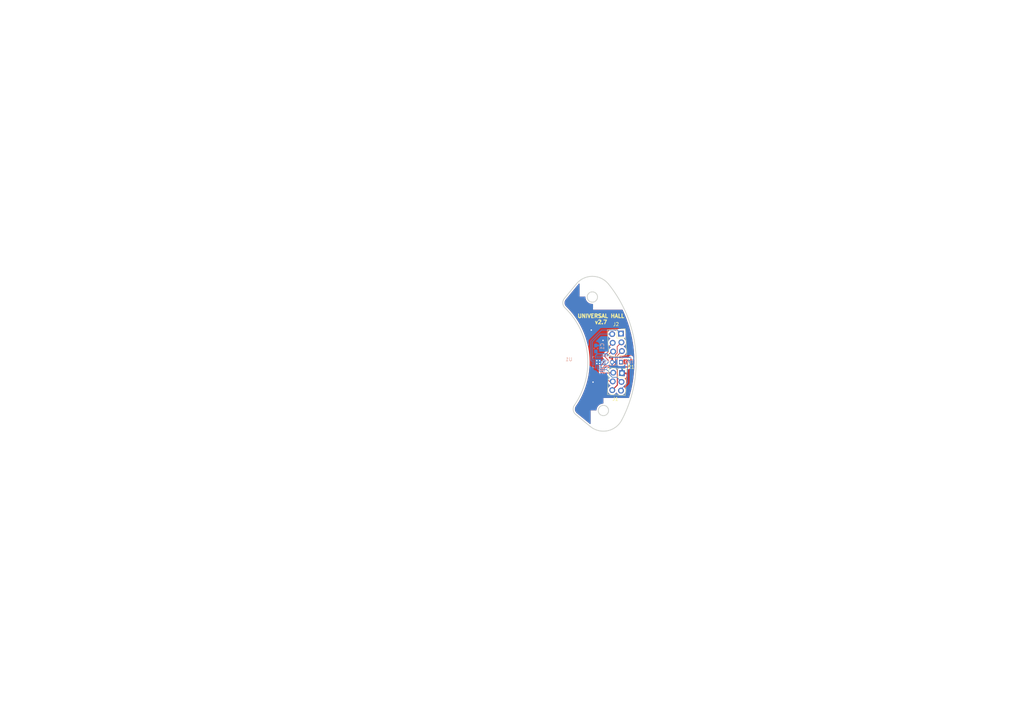
<source format=kicad_pcb>
(kicad_pcb (version 20211014) (generator pcbnew)
  (layers (0 "F.Cu" signal) (31 "B.Cu" signal) (34 "B.Paste" user) (35 "F.Paste" user) (36 "B.SilkS" user "B.Silkscreen") (37 "F.SilkS" user "F.Silkscreen") (38 "B.Mask" user) (39 "F.Mask" user) (44 "Edge.Cuts" user))
  (net 0 "")
  (net 1 "A")
  (net 2 "B")
  (net 3 "+3V3")
  (net 4 "VTEMP")
  (net 5 "Z")
  (net 6 "GND")
  (net 7 "MOSI")
  (net 8 "CS")
  (net 9 "MISO")
  (net 10 "MGL")
  (net 11 "SCLK")
  (net 12 "MGH")
  (footprint "Connector_PinSocket_2.54mm:PinSocket_2x03_P2.54mm_Vertical" (layer "F.Cu") (at 180.1 96.723428 3.17)
    (fp_text reference "J2" (at -1.27 -2.77 3.17) (layer "F.SilkS"))
    (fp_text value "Conn_02x03_Odd_Even")
    (fp_line (start 1.33 1.27) (end 1.33 6.41) (layer "F.SilkS") (width 0.12))
    (fp_line (start -3.87 6.41) (end 1.33 6.41) (layer "F.SilkS") (width 0.12))
    (fp_line (start 1.33 -1.33) (end 1.33 0) (layer "F.SilkS") (width 0.12))
    (fp_line (start -1.27 1.27) (end 1.33 1.27) (layer "F.SilkS") (width 0.12))
    (fp_line (start 0 -1.33) (end 1.33 -1.33) (layer "F.SilkS") (width 0.12))
    (fp_line (start -1.27 -1.33) (end -1.27 1.27) (layer "F.SilkS") (width 0.12))
    (fp_line (start -3.87 -1.33) (end -1.27 -1.33) (layer "F.SilkS") (width 0.12))
    (fp_line (start -3.87 -1.33) (end -3.87 6.41) (layer "F.SilkS") (width 0.12))
    (pad "1" thru_hole rect locked (at 0 0 3.17) (size 1.7 1.7) (drill 1) (layers *.Cu *.Mask) (net 10 "MGL"))
    (pad "2" thru_hole oval locked (at -2.54 0 3.17) (size 1.7 1.7) (drill 1) (layers *.Cu *.Mask) (net 11 "SCLK"))
    (pad "3" thru_hole oval locked (at 0 2.54 3.17) (size 1.7 1.7) (drill 1) (layers *.Cu *.Mask) (net 9 "MISO"))
    (pad "4" thru_hole oval locked (at -2.54 2.54 3.17) (size 1.7 1.7) (drill 1) (layers *.Cu *.Mask) (net 7 "MOSI"))
    (pad "5" thru_hole oval locked (at 0 5.08 3.17) (size 1.7 1.7) (drill 1) (layers *.Cu *.Mask) (net 8 "CS"))
    (pad "6" thru_hole oval locked (at -2.54 5.08 3.17) (size 1.7 1.7) (drill 1) (layers *.Cu *.Mask) (net 12 "MGH"))
  )
  (footprint "Connector_PinSocket_2.54mm:PinSocket_2x03_P2.54mm_Vertical" (layer "F.Cu") (at 180.4 108.2 -3.17)
    (fp_text reference "J1" (at -1.482352 7.593591 -3.17) (layer "F.SilkS"))
    (fp_text value "Conn_02x03_Odd_Even")
    (fp_line (start -1.27 -1.33) (end -1.27 1.27) (layer "F.SilkS") (width 0.12))
    (fp_line (start 0 -1.33) (end 1.33 -1.33) (layer "F.SilkS") (width 0.12))
    (fp_line (start 1.33 -1.33) (end 1.33 0) (layer "F.SilkS") (width 0.12))
    (fp_line (start -1.27 1.27) (end 1.33 1.27) (layer "F.SilkS") (width 0.12))
    (fp_line (start 1.33 1.27) (end 1.33 6.41) (layer "F.SilkS") (width 0.12))
    (fp_line (start -3.87 -1.33) (end -1.27 -1.33) (layer "F.SilkS") (width 0.12))
    (fp_line (start -3.87 -1.33) (end -3.87 6.41) (layer "F.SilkS") (width 0.12))
    (fp_line (start -3.87 6.41) (end 1.33 6.41) (layer "F.SilkS") (width 0.12))
    (pad "1" thru_hole rect locked (at 0 0 356.83) (size 1.7 1.7) (drill 1) (layers *.Cu *.Mask) (net 6 "GND"))
    (pad "2" thru_hole oval locked (at -2.54 0 356.83) (size 1.7 1.7) (drill 1) (layers *.Cu *.Mask) (net 5 "Z"))
    (pad "3" thru_hole oval locked (at 0 2.54 356.83) (size 1.7 1.7) (drill 1) (layers *.Cu *.Mask) (net 2 "B"))
    (pad "4" thru_hole oval locked (at -2.54 2.54 356.83) (size 1.7 1.7) (drill 1) (layers *.Cu *.Mask) (net 1 "A"))
    (pad "5" thru_hole oval locked (at 0 5.08 356.83) (size 1.7 1.7) (drill 1) (layers *.Cu *.Mask) (net 4 "VTEMP"))
    (pad "6" thru_hole oval locked (at -2.54 5.08 356.83) (size 1.7 1.7) (drill 1) (layers *.Cu *.Mask) (net 3 "+3V3"))
  )
  (footprint "Resistor_SMD:R_0805_2012Metric_Pad1.20x1.40mm_HandSolder" (layer "F.Cu") (at 182.4 104.9 180)
    (fp_text reference "R1" (at -0.6 -1.5) (layer "F.SilkS"))
    (fp_text value "10k")
    (fp_line (start -0.227064 0.735) (end 0.227064 0.735) (layer "F.SilkS") (width 0.12))
    (fp_line (start -0.227064 -0.735) (end 0.227064 -0.735) (layer "F.SilkS") (width 0.12))
    (pad "1" smd roundrect locked (at -1 0 180) (size 1.2 1.4) (layers "F.Cu" "F.Paste" "F.Mask") (roundrect_rratio 0.2083333333) (net 3 "+3V3"))
    (pad "2" smd roundrect locked (at 1 0 180) (size 1.2 1.4) (layers "F.Cu" "F.Paste" "F.Mask") (roundrect_rratio 0.2083333333) (net 4 "VTEMP"))
  )
  (footprint "Capacitor_SMD:C_0603_1608Metric_Pad1.08x0.95mm_HandSolder" (layer "B.Cu") (at 172.8 101.0375 90)
    (fp_text reference "C1" (at 0.6 1.89 90) (layer "B.SilkS") (effects (justify mirror)))
    (fp_text value "1uF")
    (fp_line (start -0.146267 -0.51) (end 0.146267 -0.51) (layer "B.SilkS") (width 0.12))
    (fp_line (start -0.146267 0.51) (end 0.146267 0.51) (layer "B.SilkS") (width 0.12))
    (pad "1" smd roundrect locked (at -0.8625 0 90) (size 1.075 0.95) (layers "B.Cu" "B.Paste" "B.Mask") (net 3 "+3V3"))
    (pad "2" smd roundrect locked (at 0.8625 0 90) (size 1.075 0.95) (layers "B.Cu" "B.Paste" "B.Mask") (net 6 "GND"))
  )
  (footprint "Package_TO_SOT_THT:TO-92S-2" (layer "B.Cu") (at 180.1 105 180)
    (fp_text reference "TH1" (at -2.3 0.1) (layer "B.SilkS") (effects (justify mirror)))
    (fp_text value "Thermistor_PTC")
    (fp_line (start 3.2 -0.85) (end 3.35 0) (layer "B.SilkS") (width 0.12))
    (fp_line (start -0.65 -0.85) (end 3.2 -0.85) (layer "B.SilkS") (width 0.12))
    (fp_line (start 2.75 1.6) (end -0.2 1.6) (layer "B.SilkS") (width 0.12))
    (fp_line (start -0.7 0.3) (end -0.8 0) (layer "B.SilkS") (width 0.12))
    (fp_line (start -0.8 0) (end -0.65 -0.85) (layer "B.SilkS") (width 0.12))
    (fp_line (start -0.2 1.6) (end -0.45 0.95) (layer "B.SilkS") (width 0.12))
    (fp_line (start 3.35 0) (end 2.75 1.6) (layer "B.SilkS") (width 0.12))
    (pad "1" thru_hole rect locked (at 0 0 180) (size 1.05 1.3) (drill 0.75) (layers *.Cu *.Mask) (net 4 "VTEMP"))
    (pad "2" thru_hole oval locked (at 2.54 0 180) (size 1.05 1.3) (drill 0.75) (layers *.Cu *.Mask) (net 6 "GND"))
  )
  (footprint "Package_DFN_QFN:VQFN-16-1EP_3x3mm_P0.5mm_EP1.8x1.8mm" (layer "B.Cu") (at 173.52 104.99 180)
    (fp_text reference "U1" (at 8.52 0.79) (layer "B.SilkS") (effects (justify mirror)))
    (fp_text value "MA310")
    (fp_line (start -1.135 -1.61) (end -1.61 -1.61) (layer "B.SilkS") (width 0.12))
    (fp_line (start 1.61 -1.61) (end 1.61 -1.135) (layer "B.SilkS") (width 0.12))
    (fp_line (start -1.61 -1.61) (end -1.61 -1.135) (layer "B.SilkS") (width 0.12))
    (fp_line (start 1.61 1.61) (end 1.61 1.135) (layer "B.SilkS") (width 0.12))
    (fp_line (start 1.135 1.61) (end 1.61 1.61) (layer "B.SilkS") (width 0.12))
    (fp_line (start 1.135 -1.61) (end 1.61 -1.61) (layer "B.SilkS") (width 0.12))
    (fp_line (start -1.135 1.61) (end -1.61 1.61) (layer "B.SilkS") (width 0.12))
    (pad "1" smd roundrect locked (at -1.4875 0.75 180) (size 0.775 0.25) (layers "B.Cu" "B.Paste" "B.Mask"))
    (pad "2" smd roundrect locked (at -1.4875 0.25 180) (size 0.775 0.25) (layers "B.Cu" "B.Paste" "B.Mask") (net 1 "A"))
    (pad "3" smd roundrect locked (at -1.4875 -0.25 180) (size 0.775 0.25) (layers "B.Cu" "B.Paste" "B.Mask") (net 5 "Z"))
    (pad "4" smd roundrect locked (at -1.4875 -0.75 180) (size 0.775 0.25) (layers "B.Cu" "B.Paste" "B.Mask") (net 7 "MOSI"))
    (pad "5" smd roundrect locked (at -0.75 -1.4875 180) (size 0.25 0.775) (layers "B.Cu" "B.Paste" "B.Mask") (net 8 "CS"))
    (pad "6" smd roundrect locked (at -0.25 -1.4875 180) (size 0.25 0.775) (layers "B.Cu" "B.Paste" "B.Mask") (net 2 "B"))
    (pad "7" smd roundrect locked (at 0.25 -1.4875 180) (size 0.25 0.775) (layers "B.Cu" "B.Paste" "B.Mask") (net 9 "MISO"))
    (pad "8" smd roundrect locked (at 0.75 -1.4875 180) (size 0.25 0.775) (layers "B.Cu" "B.Paste" "B.Mask") (net 6 "GND"))
    (pad "9" smd roundrect locked (at 1.4875 -0.75 180) (size 0.775 0.25) (layers "B.Cu" "B.Paste" "B.Mask"))
    (pad "10" smd roundrect locked (at 1.4875 -0.25 180) (size 0.775 0.25) (layers "B.Cu" "B.Paste" "B.Mask"))
    (pad "11" smd roundrect locked (at 1.4875 0.25 180) (size 0.775 0.25) (layers "B.Cu" "B.Paste" "B.Mask") (net 10 "MGL"))
    (pad "12" smd roundrect locked (at 1.4875 0.75 180) (size 0.775 0.25) (layers "B.Cu" "B.Paste" "B.Mask") (net 11 "SCLK"))
    (pad "13" smd roundrect locked (at 0.75 1.4875 180) (size 0.25 0.775) (layers "B.Cu" "B.Paste" "B.Mask") (net 3 "+3V3"))
    (pad "14" smd roundrect locked (at 0.25 1.4875 180) (size 0.25 0.775) (layers "B.Cu" "B.Paste" "B.Mask"))
    (pad "15" smd roundrect locked (at -0.25 1.4875 180) (size 0.25 0.775) (layers "B.Cu" "B.Paste" "B.Mask"))
    (pad "16" smd roundrect locked (at -0.75 1.4875 180) (size 0.25 0.775) (layers "B.Cu" "B.Paste" "B.Mask") (net 12 "MGH"))
    (pad "17" smd rect locked (at 0 0 180) (size 1.8 1.8) (layers "B.Cu" "B.Mask") (net 6 "GND"))
  )
  (gr_arc (start 180.315321 121.845321) (mid 176.191478 124.920564) (end 171.201257 123.671203) (layer "Edge.Cuts") (width 0.25))
  (gr_circle (center 171.807437 86.109174) (end 173.307437 86.109174) (layer "Edge.Cuts") (width 0.25) (fill none))
  (gr_arc (start 176.468794 82.331377) (mid 184.331283 101.510189) (end 180.315321 121.845321) (layer "Edge.Cuts") (width 0.25))
  (gr_arc (start 163.843842 89.231533) (mid 163.241738 87.908797) (end 163.694097 86.527663) (layer "Edge.Cuts") (width 0.25))
  (gr_arc (start 166.97115 120.191604) (mid 166.260911 118.923645) (end 166.596602 117.509618) (layer "Edge.Cuts") (width 0.25))
  (gr_arc (start 167.173695 82.297555) (mid 171.829268 80.109213) (end 176.468794 82.331376) (layer "Edge.Cuts") (width 0.25))
  (gr_line (start 171.201257 123.671203) (end 166.971149 120.191604) (layer "Edge.Cuts") (width 0.25))
  (gr_circle (center 175.012876 119.037461) (end 176.512876 119.037461) (layer "Edge.Cuts") (width 0.25) (fill none))
  (gr_arc (start 163.843842 89.231534) (mid 170.397148 102.866623) (end 166.596602 117.509618) (layer "Edge.Cuts") (width 0.25))
  (gr_line (start 167.173696 82.297555) (end 163.694097 86.527663) (layer "Edge.Cuts") (width 0.25))
  (gr_text "UNIVERSAL HALL\nv2.7" (at 174.3 92.5) (layer "F.SilkS") (effects (font (size 1.1 1.1) (thickness 0.275))))
  (segment (start 174.8 105.489259) (end 174.3 105.989259) (width 0.2) (layer "F.Cu") (net 1))
  (segment (start 174.8 105.272821) (end 174.8 105.489259) (width 0.2) (layer "F.Cu") (net 1))
  (segment (start 174.3 105.989259) (end 174.3 108.1) (width 0.2) (layer "F.Cu") (net 1))
  (segment (start 176.795655 110.595655) (end 177.723428 110.595655) (width 0.2) (layer "F.Cu") (net 1))
  (segment (start 175.566412 104.506409) (end 174.8 105.272821) (width 0.2) (layer "F.Cu") (net 1))
  (segment (start 175.793591 104.506409) (end 175.566412 104.506409) (width 0.2) (layer "F.Cu") (net 1))
  (segment (start 174.3 108.1) (end 176.795655 110.595655) (width 0.2) (layer "F.Cu") (net 1))
  (via (at 175.793591 104.506409) (size 0.4) (drill 0.3) (layers "F.Cu" "B.Cu") (net 1))
  (segment (start 175.61048 104.68952) (end 175.05798 104.68952) (width 0.25) (layer "B.Cu") (net 1))
  (segment (start 175.793591 104.506409) (end 175.61048 104.68952) (width 0.25) (layer "B.Cu") (net 1))
  (segment (start 175.05798 104.68952) (end 175.0075 104.74) (width 0.25) (layer "B.Cu") (net 1))
  (segment (start 173.77 106.4775) (end 173.77 106.878706) (width 0.2) (layer "B.Cu") (net 2))
  (segment (start 176.714376 108.535685) (end 177.578691 109.4) (width 0.2) (layer "B.Cu") (net 2))
  (segment (start 177.578691 109.4) (end 178.923428 109.4) (width 0.2) (layer "B.Cu") (net 2))
  (segment (start 178.923428 109.4) (end 180.259541 110.736113) (width 0.2) (layer "B.Cu") (net 2))
  (segment (start 174.055814 107.16452) (end 175.96452 107.16452) (width 0.2) (layer "B.Cu") (net 2))
  (segment (start 175.96452 107.16452) (end 176.714376 107.914376) (width 0.2) (layer "B.Cu") (net 2))
  (segment (start 173.77 106.878706) (end 174.055814 107.16452) (width 0.2) (layer "B.Cu") (net 2))
  (segment (start 176.714376 107.914376) (end 176.714376 108.535685) (width 0.2) (layer "B.Cu") (net 2))
  (segment (start 179.6 106.4) (end 179.063398 106.936602) (width 0.3) (layer "F.Cu") (net 3))
  (segment (start 179.06003 108.559764) (end 179.06003 111.654707) (width 0.3) (layer "F.Cu") (net 3))
  (segment (start 182.2 106.4) (end 179.6 106.4) (width 0.3) (layer "F.Cu") (net 3))
  (segment (start 179.063398 108.556396) (end 179.06003 108.559764) (width 0.3) (layer "F.Cu") (net 3))
  (segment (start 179.063398 106.936602) (end 179.063398 108.556396) (width 0.3) (layer "F.Cu") (net 3))
  (segment (start 179.06003 111.654707) (end 177.582969 113.131768) (width 0.3) (layer "F.Cu") (net 3))
  (segment (start 183 105.6) (end 182.2 106.4) (width 0.3) (layer "F.Cu") (net 3))
  (segment (start 183 103.8) (end 183 105.6) (width 0.3) (layer "F.Cu") (net 3))
  (via (at 183 103.8) (size 0.4) (drill 0.3) (layers "F.Cu" "B.Cu") (net 3))
  (segment (start 173.100584 102.7) (end 172.77 103.030584) (width 0.3) (layer "B.Cu") (net 3))
  (segment (start 173.200584 102.6) (end 173.100584 102.7) (width 0.3) (layer "B.Cu") (net 3))
  (segment (start 173.100584 102.7) (end 173.100584 102.200584) (width 0.3) (layer "B.Cu") (net 3))
  (segment (start 177.077127 103.6) (end 176.077127 102.6) (width 0.3) (layer "B.Cu") (net 3))
  (segment (start 183 103.8) (end 182.8 103.6) (width 0.3) (layer "B.Cu") (net 3))
  (segment (start 173.100584 102.200584) (end 172.8 101.9) (width 0.3) (layer "B.Cu") (net 3))
  (segment (start 172.77 103.030584) (end 172.77 103.5025) (width 0.3) (layer "B.Cu") (net 3))
  (segment (start 176.077127 102.6) (end 173.200584 102.6) (width 0.3) (layer "B.Cu") (net 3))
  (segment (start 182.8 103.6) (end 177.077127 103.6) (width 0.3) (layer "B.Cu") (net 3))
  (segment (start 180.110523 104.889477) (end 180 105) (width 0.2) (layer "F.Cu") (net 4))
  (segment (start 181.40427 104.889477) (end 180.110523 104.889477) (width 0.2) (layer "F.Cu") (net 4))
  (via (at 181.40427 104.889477) (size 0.4) (drill 0.3) (layers "F.Cu" "B.Cu") (net 4))
  (segment (start 182 111) (end 180.119083 112.880917) (width 0.2) (layer "B.Cu") (net 4))
  (segment (start 180.119083 112.880917) (end 180.119083 113.272227) (width 0.2) (layer "B.Cu") (net 4))
  (segment (start 182 105.485207) (end 182 111) (width 0.2) (layer "B.Cu") (net 4))
  (segment (start 181.40427 104.889477) (end 182 105.485207) (width 0.2) (layer "B.Cu") (net 4))
  (segment (start 174.700489 106.734505) (end 175.536418 105.898576) (width 0.2) (layer "F.Cu") (net 5))
  (segment (start 174.700489 107.870925) (end 174.700489 106.734505) (width 0.2) (layer "F.Cu") (net 5))
  (segment (start 174.993095 108.163531) (end 174.700489 107.870925) (width 0.2) (layer "F.Cu") (net 5))
  (segment (start 177.759897 108.163531) (end 174.993095 108.163531) (width 0.2) (layer "F.Cu") (net 5))
  (segment (start 175.536418 105.898576) (end 175.536418 105.242819) (width 0.2) (layer "F.Cu") (net 5))
  (segment (start 177.863887 108.059541) (end 177.759897 108.163531) (width 0.2) (layer "F.Cu") (net 5))
  (via (at 175.536418 105.242819) (size 0.4) (drill 0.3) (layers "F.Cu" "B.Cu") (net 5))
  (segment (start 175.0075 105.24) (end 175.533599 105.24) (width 0.2) (layer "B.Cu") (net 5))
  (segment (start 175.533599 105.24) (end 175.536418 105.242819) (width 0.2) (layer "B.Cu") (net 5))
  (via (at 171.5 95.7) (size 0.8) (drill 0.4) (layers "F.Cu" "B.Cu") (net 6))
  (via (at 173.9 104.6) (size 0.8) (drill 0.4) (layers "F.Cu" "B.Cu") (net 6))
  (via (at 174.9 98.7) (size 0.8) (drill 0.4) (layers "F.Cu" "B.Cu") (net 6))
  (via (at 173.1 105.4) (size 0.8) (drill 0.4) (layers "F.Cu" "B.Cu") (net 6))
  (via (at 173.9 105.4) (size 0.8) (drill 0.4) (layers "F.Cu" "B.Cu") (net 6))
  (via (at 172 110.8) (size 0.8) (drill 0.4) (layers "F.Cu" "B.Cu") (net 6))
  (via (at 173.1 104.6) (size 0.8) (drill 0.4) (layers "F.Cu" "B.Cu") (net 6))
  (segment (start 172.77 105.74) (end 173.52 104.99) (width 0.2) (layer "B.Cu") (net 6))
  (segment (start 172.77 106.4775) (end 172.77 105.74) (width 0.2) (layer "B.Cu") (net 6))
  (segment (start 172.77 105.73) (end 173.5 105) (width 0.2) (layer "B.Cu") (net 6))
  (segment (start 176.5 101.893584) (end 176.5 100.604345) (width 0.2) (layer "F.Cu") (net 7))
  (segment (start 176.4 104.406416) (end 175.400489 103.406905) (width 0.2) (layer "F.Cu") (net 7))
  (segment (start 176.5 100.604345) (end 177.704345 99.4) (width 0.2) (layer "F.Cu") (net 7))
  (segment (start 175.400489 102.993095) (end 176.5 101.893584) (width 0.2) (layer "F.Cu") (net 7))
  (segment (start 176.4 104.8) (end 176.4 104.406416) (width 0.2) (layer "F.Cu") (net 7))
  (segment (start 175.400489 103.406905) (end 175.400489 102.993095) (width 0.2) (layer "F.Cu") (net 7))
  (via (at 176.4 104.8) (size 0.4) (drill 0.3) (layers "F.Cu" "B.Cu") (net 7))
  (segment (start 176.4 104.8) (end 176.4 105.085653) (width 0.2) (layer "B.Cu") (net 7))
  (segment (start 175.00983 105.74233) (end 175.0075 105.74) (width 0.2) (layer "B.Cu") (net 7))
  (segment (start 176.4 105.085653) (end 175.743323 105.74233) (width 0.2) (layer "B.Cu") (net 7))
  (segment (start 175.743323 105.74233) (end 175.00983 105.74233) (width 0.2) (layer "B.Cu") (net 7))
  (segment (start 176.471902 106.49952) (end 178.065486 106.49952) (width 0.2) (layer "F.Cu") (net 8))
  (segment (start 176.10345 106.60295) (end 176.368472 106.60295) (width 0.2) (layer "F.Cu") (net 8))
  (segment (start 179 105.565006) (end 179 103.176572) (width 0.2) (layer "F.Cu") (net 8))
  (segment (start 179 103.176572) (end 180.380917 101.795655) (width 0.2) (layer "F.Cu") (net 8))
  (segment (start 176.368472 106.60295) (end 176.471902 106.49952) (width 0.2) (layer "F.Cu") (net 8))
  (segment (start 178.065486 106.49952) (end 179 105.565006) (width 0.2) (layer "F.Cu") (net 8))
  (via (at 176.10345 106.60295) (size 0.4) (drill 0.3) (layers "F.Cu" "B.Cu") (net 8))
  (segment (start 176.10345 106.60295) (end 174.39545 106.60295) (width 0.2) (layer "B.Cu") (net 8))
  (segment (start 174.39545 106.60295) (end 174.27 106.4775) (width 0.2) (layer "B.Cu") (net 8))
  (segment (start 177.9 106.1) (end 178.5 105.5) (width 0.2) (layer "F.Cu") (net 9))
  (segment (start 179.017173 102.3894) (end 179.017173 100.482827) (width 0.2) (layer "F.Cu") (net 9))
  (segment (start 178.5 105.5) (end 178.5 102.906573) (width 0.2) (layer "F.Cu") (net 9))
  (segment (start 175.9 106.1) (end 177.9 106.1) (width 0.2) (layer "F.Cu") (net 9))
  (segment (start 179.017173 100.482827) (end 180.240459 99.259541) (width 0.2) (layer "F.Cu") (net 9))
  (segment (start 175.2 106.8) (end 175.9 106.1) (width 0.2) (layer "F.Cu") (net 9))
  (segment (start 175.2 107.66402) (end 175.2 106.8) (width 0.2) (layer "F.Cu") (net 9))
  (segment (start 178.5 102.906573) (end 179.017173 102.3894) (width 0.2) (layer "F.Cu") (net 9))
  (via (at 175.2 107.66402) (size 0.4) (drill 0.3) (layers "F.Cu" "B.Cu") (net 9))
  (segment (start 173.990308 107.66402) (end 173.27 106.943712) (width 0.2) (layer "B.Cu") (net 9))
  (segment (start 175.2 107.66402) (end 173.990308 107.66402) (width 0.2) (layer "B.Cu") (net 9))
  (segment (start 173.27 106.943712) (end 173.27 106.4775) (width 0.2) (layer "B.Cu") (net 9))
  (segment (start 174.485624 95.714376) (end 179.090948 95.714376) (width 0.2) (layer "B.Cu") (net 10))
  (segment (start 171.34548 98.85452) (end 174.485624 95.714376) (width 0.2) (layer "B.Cu") (net 10))
  (segment (start 171.631294 104.74) (end 171.34548 104.454186) (width 0.2) (layer "B.Cu") (net 10))
  (segment (start 172.0325 104.74) (end 171.631294 104.74) (width 0.2) (layer "B.Cu") (net 10))
  (segment (start 171.34548 104.454186) (end 171.34548 98.85452) (width 0.2) (layer "B.Cu") (net 10))
  (segment (start 179.090948 95.714376) (end 180.1 96.723428) (width 0.2) (layer "B.Cu") (net 10))
  (segment (start 174.042513 96.863887) (end 177.563887 96.863887) (width 0.2) (layer "B.Cu") (net 11))
  (segment (start 171.8 104.0075) (end 171.8 99.1064) (width 0.2) (layer "B.Cu") (net 11))
  (segment (start 172.0325 104.24) (end 171.8 104.0075) (width 0.2) (layer "B.Cu") (net 11))
  (segment (start 171.8 99.1064) (end 174.042513 96.863887) (width 0.2) (layer "B.Cu") (net 11))
  (segment (start 175.9 103.2) (end 176.1 103.2) (width 0.2) (layer "F.Cu") (net 12))
  (segment (start 177.363886 101.936114) (end 177.844804 101.936114) (width 0.2) (layer "F.Cu") (net 12))
  (segment (start 176.1 103.2) (end 177.363886 101.936114) (width 0.2) (layer "F.Cu") (net 12))
  (via (at 175.9 103.2) (size 0.4) (drill 0.3) (layers "F.Cu" "B.Cu") (net 12))
  (segment (start 175.9 103.2) (end 174.5725 103.2) (width 0.2) (layer "B.Cu") (net 12))
  (segment (start 174.5725 103.2) (end 174.27 103.5025) (width 0.2) (layer "B.Cu") (net 12))
  (zone (net 6) (net_name "GND") (layers F&B.Cu) (connect_pads (clearance 0.508)) (min_thickness 0.254) (fill yes (thermal_gap 0.508) (thermal_bridge_width 0.508))
    (polygon (pts (xy 168.1 86) (xy 172 86) (xy 172 89.8) (xy 185 89.8) (xy 185 115.4) (xy 175 115.4) (xy 175 119) (xy 171.3 119) (xy 171.3 124) (xy 160 124) (xy 160 80.8) (xy 168.1 80.8)))
  )
)
</source>
